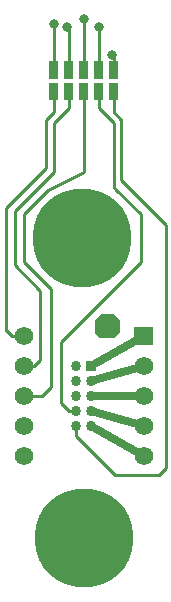
<source format=gbr>
G04 start of page 2 for group 0 idx 0 *
G04 Title: (unknown), top *
G04 Creator: pcb 20140316 *
G04 CreationDate: Wed 10 Feb 2021 08:39:01 PM GMT UTC *
G04 For: tom *
G04 Format: Gerber/RS-274X *
G04 PCB-Dimensions (mil): 600.00 2100.00 *
G04 PCB-Coordinate-Origin: lower left *
%MOIN*%
%FSLAX25Y25*%
%LNTOP*%
%ADD25C,0.0380*%
%ADD24C,0.1339*%
%ADD23C,0.0590*%
%ADD22C,0.0170*%
%ADD21C,0.0160*%
%ADD20C,0.0320*%
%ADD19C,0.0020*%
%ADD18C,0.0040*%
%ADD17R,0.0310X0.0310*%
%ADD16C,0.0620*%
%ADD15C,0.3287*%
%ADD14C,0.0340*%
%ADD13C,0.0250*%
%ADD12C,0.0100*%
%ADD11C,0.0001*%
G54D11*G36*
X35900Y91900D02*X35400D01*
X33700Y93600D01*
Y97800D01*
X35700Y99800D01*
X39900D01*
X42000Y97700D01*
Y93600D01*
X40300Y91900D01*
X35900D01*
G37*
G54D12*X49864Y52500D02*X49682Y52682D01*
G54D13*X32500Y62500D02*X50000Y52500D01*
G54D12*X55000Y46000D02*X40500D01*
X55000D02*X57500Y48500D01*
Y129500D01*
X15500Y84500D02*X13500Y82500D01*
X22500Y85000D02*Y70000D01*
X25000Y67500D01*
X27500D01*
X13500Y82500D02*X10000D01*
X19000Y75500D02*X16000Y72500D01*
X10000D01*
G54D13*X32500D02*X50000D01*
X32500Y67500D02*X50000Y62500D01*
G54D12*X40500Y46000D02*X27500Y59000D01*
Y62500D01*
X7500Y92500D02*X6000D01*
X4000Y94500D01*
X4250Y94250D01*
X4000Y94500D02*Y135000D01*
X10000Y92500D02*X6000D01*
X40000Y167000D02*Y174000D01*
Y142000D02*Y163500D01*
X42500Y164500D02*X40000Y167000D01*
X42500Y144500D02*Y164500D01*
X39500Y186000D02*X40000Y185500D01*
Y181100D01*
X30000Y147000D02*Y174000D01*
X17500Y164500D02*X20000Y167000D01*
Y174000D01*
Y163500D02*X25000Y168500D01*
Y174000D01*
X20000Y197000D02*Y181100D01*
X24500Y195500D02*X25000Y195000D01*
Y181100D01*
X40000Y163500D02*X35000Y168500D01*
Y174000D01*
Y195500D02*Y181100D01*
X30200Y198000D02*X30000Y197800D01*
Y181100D01*
Y147000D02*X18000Y141000D01*
X20000Y147000D02*Y163500D01*
X17500Y148500D02*Y164500D01*
X49000Y117000D02*X22500Y90500D01*
Y84500D01*
X19000Y75500D02*Y108000D01*
G54D13*X32500Y82500D02*X50000Y92500D01*
X32500Y77500D02*X50000Y82500D01*
G54D12*X15500Y84500D02*Y107500D01*
X18000Y141000D02*X10000Y133000D01*
Y117000D01*
X19000Y108000D01*
X7000Y116000D02*X15500Y107500D01*
X7000Y116000D02*Y134000D01*
X40500Y141500D02*X49000Y133000D01*
Y117000D01*
X40750Y141250D02*X40000Y142000D01*
X57500Y129500D02*X42500Y144500D01*
X7000Y134000D02*X20000Y147000D01*
X4000Y135000D02*X17500Y148500D01*
G54D14*X27500Y82500D03*
Y77500D03*
G54D15*X29500Y125000D03*
X30000Y25000D03*
G54D14*X27500Y72500D03*
Y67500D03*
Y62500D03*
X32500D03*
Y67500D03*
Y72500D03*
Y77500D03*
G54D11*G36*
X30800Y84200D02*Y80800D01*
X34200D01*
Y84200D01*
X30800D01*
G37*
G54D16*X10000Y92500D03*
Y82500D03*
Y72500D03*
Y62500D03*
Y52500D03*
G54D11*G36*
X46900Y95600D02*Y89400D01*
X53100D01*
Y95600D01*
X46900D01*
G37*
G54D16*X50000Y82500D03*
Y72500D03*
Y62500D03*
Y52500D03*
G54D17*X40000Y175400D02*Y172600D01*
X35000Y175400D02*Y172600D01*
X30000Y175400D02*Y172600D01*
X25000Y175400D02*Y172600D01*
X20000Y175400D02*Y172600D01*
Y182500D02*Y179700D01*
X25000Y182500D02*Y179700D01*
X30000Y182500D02*Y179700D01*
X35000Y182500D02*Y179700D01*
X40000Y182500D02*Y179700D01*
G54D18*X37840Y96150D02*X38520Y95720D01*
X37590Y95850D02*X38420Y95400D01*
X37460Y96140D02*X38010Y96380D01*
X38050D02*X38420Y96220D01*
X38480Y96210D02*X38760Y95650D01*
X37290Y95670D02*X38170Y95210D01*
X37370Y95240D02*X37550Y95150D01*
X37590Y95130D02*X37990Y94930D01*
X38050Y94890D02*X38460Y95080D01*
X38490Y95110D02*X38750Y95630D01*
G54D19*X36050Y95640D02*X36450D01*
G54D18*X36750Y95590D02*X37050Y95440D01*
X36630Y95620D02*X37010Y95820D01*
X37070Y95430D02*X37320Y95260D01*
X37090Y95860D02*X37390Y96080D01*
G54D20*X24500Y195500D03*
X39500Y186000D03*
X35000Y195500D03*
X20000Y196500D03*
X30200Y198000D03*
G54D21*G54D22*G54D23*G54D24*G54D22*G54D23*G54D22*G54D25*M02*

</source>
